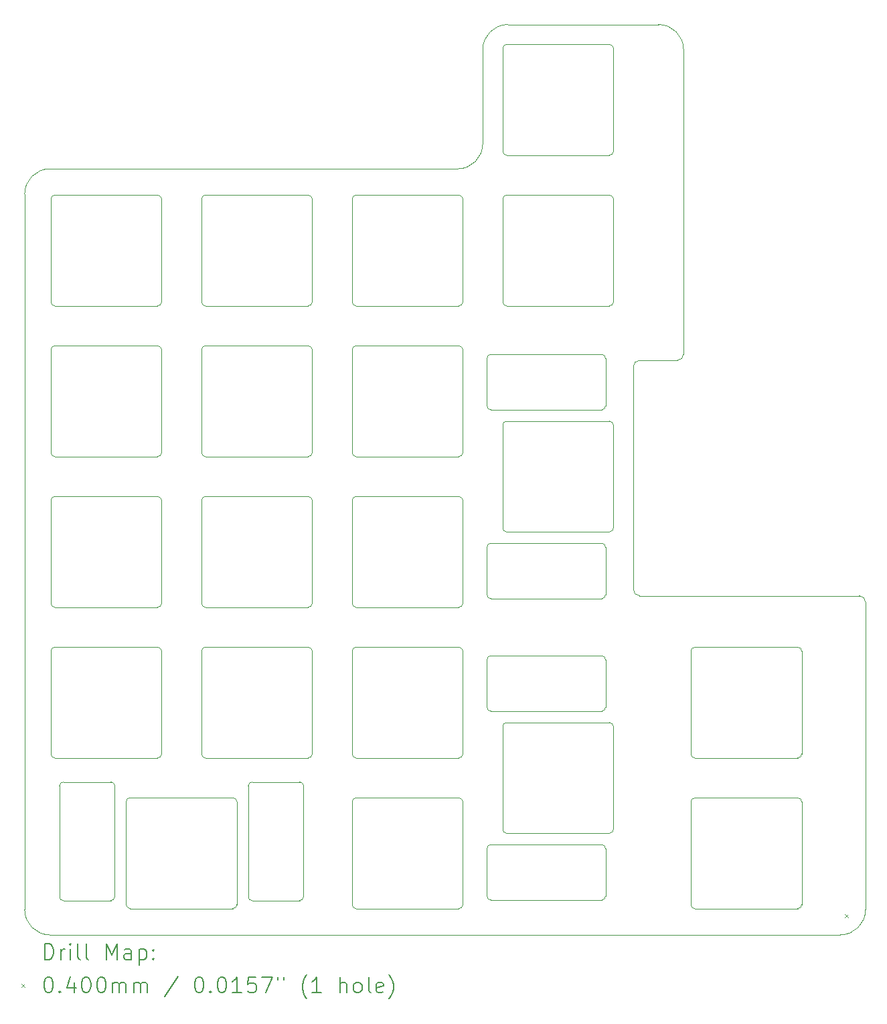
<source format=gbr>
%FSLAX45Y45*%
G04 Gerber Fmt 4.5, Leading zero omitted, Abs format (unit mm)*
G04 Created by KiCad (PCBNEW (6.0.0)) date 2022-02-13 19:42:42*
%MOMM*%
%LPD*%
G01*
G04 APERTURE LIST*
%TA.AperFunction,Profile*%
%ADD10C,0.050000*%
%TD*%
%ADD11C,0.200000*%
%ADD12C,0.040000*%
G04 APERTURE END LIST*
D10*
X15556520Y-10357785D02*
X15556520Y-13175420D01*
X16191480Y-10199045D02*
X16191480Y-6349600D01*
X18493210Y-17223290D02*
X18493210Y-13334160D01*
X8175110Y-17540770D02*
X18175730Y-17540770D01*
X18413840Y-13254790D02*
X15635890Y-13254790D01*
X8239500Y-8189650D02*
X9539500Y-8189650D01*
X9539500Y-9589650D02*
G75*
G03*
X9589500Y-9539650I0J50000D01*
G01*
X8239500Y-9589650D02*
X9539500Y-9589650D01*
X9589500Y-8239650D02*
X9589500Y-9539650D01*
X8239500Y-8189650D02*
G75*
G03*
X8189500Y-8239650I0J-50000D01*
G01*
X9589500Y-8239650D02*
G75*
G03*
X9539500Y-8189650I-50000J0D01*
G01*
X8189500Y-9539650D02*
G75*
G03*
X8239500Y-9589650I50000J0D01*
G01*
X8189500Y-8239650D02*
X8189500Y-9539650D01*
X9589500Y-10144650D02*
G75*
G03*
X9539500Y-10094650I-50000J0D01*
G01*
X8189500Y-10144650D02*
X8189500Y-11444650D01*
X8239500Y-11494650D02*
X9539500Y-11494650D01*
X11494500Y-10144650D02*
G75*
G03*
X11444500Y-10094650I-50000J0D01*
G01*
X8239500Y-10094650D02*
X9539500Y-10094650D01*
X8239500Y-10094650D02*
G75*
G03*
X8189500Y-10144650I0J-50000D01*
G01*
X12049500Y-10094650D02*
G75*
G03*
X11999500Y-10144650I0J-50000D01*
G01*
X13399500Y-10144650D02*
G75*
G03*
X13349500Y-10094650I-50000J0D01*
G01*
X10094500Y-10144650D02*
X10094500Y-11444650D01*
X8189500Y-11444650D02*
G75*
G03*
X8239500Y-11494650I50000J0D01*
G01*
X9589500Y-10144650D02*
X9589500Y-11444650D01*
X12049500Y-11494650D02*
X13349500Y-11494650D01*
X11494500Y-10144650D02*
X11494500Y-11444650D01*
X10094500Y-11444650D02*
G75*
G03*
X10144500Y-11494650I50000J0D01*
G01*
X10144500Y-10094650D02*
G75*
G03*
X10094500Y-10144650I0J-50000D01*
G01*
X12049500Y-10094650D02*
X13349500Y-10094650D01*
X13399500Y-10144650D02*
X13399500Y-11444650D01*
X10144500Y-11494650D02*
X11444500Y-11494650D01*
X10144500Y-10094650D02*
X11444500Y-10094650D01*
X11999500Y-10144650D02*
X11999500Y-11444650D01*
X13349500Y-11494650D02*
G75*
G03*
X13399500Y-11444650I0J50000D01*
G01*
X11999500Y-11444650D02*
G75*
G03*
X12049500Y-11494650I50000J0D01*
G01*
X11444500Y-11494650D02*
G75*
G03*
X11494500Y-11444650I0J50000D01*
G01*
X9539500Y-11494650D02*
G75*
G03*
X9589500Y-11444650I0J50000D01*
G01*
X13399500Y-13954650D02*
X13399500Y-15254650D01*
X11494500Y-13954650D02*
X11494500Y-15254650D01*
X10094500Y-13954650D02*
X10094500Y-15254650D01*
X11444500Y-15304650D02*
G75*
G03*
X11494500Y-15254650I0J50000D01*
G01*
X10144500Y-15304650D02*
X11444500Y-15304650D01*
X10094500Y-15254650D02*
G75*
G03*
X10144500Y-15304650I50000J0D01*
G01*
X11999500Y-15254650D02*
G75*
G03*
X12049500Y-15304650I50000J0D01*
G01*
X12049500Y-15304650D02*
X13349500Y-15304650D01*
X11999500Y-13954650D02*
X11999500Y-15254650D01*
X13349500Y-15304650D02*
G75*
G03*
X13399500Y-15254650I0J50000D01*
G01*
X12049500Y-13904650D02*
X13349500Y-13904650D01*
X11494500Y-13954650D02*
G75*
G03*
X11444500Y-13904650I-50000J0D01*
G01*
X12049500Y-13904650D02*
G75*
G03*
X11999500Y-13954650I0J-50000D01*
G01*
X10144500Y-13904650D02*
G75*
G03*
X10094500Y-13954650I0J-50000D01*
G01*
X13399500Y-13954650D02*
G75*
G03*
X13349500Y-13904650I-50000J0D01*
G01*
X9539500Y-15304650D02*
G75*
G03*
X9589500Y-15254650I0J50000D01*
G01*
X8189500Y-15254650D02*
G75*
G03*
X8239500Y-15304650I50000J0D01*
G01*
X11444500Y-13399650D02*
G75*
G03*
X11494500Y-13349650I0J50000D01*
G01*
X11494500Y-12049650D02*
X11494500Y-13349650D01*
X10094500Y-12049650D02*
X10094500Y-13349650D01*
X8239500Y-13904650D02*
G75*
G03*
X8189500Y-13954650I0J-50000D01*
G01*
X11999500Y-13349650D02*
G75*
G03*
X12049500Y-13399650I50000J0D01*
G01*
X10144500Y-13904650D02*
X11444500Y-13904650D01*
X13399500Y-12049650D02*
G75*
G03*
X13349500Y-11999650I-50000J0D01*
G01*
X8239500Y-15304650D02*
X9539500Y-15304650D01*
X12049500Y-13399650D02*
X13349500Y-13399650D01*
X10094500Y-13349650D02*
G75*
G03*
X10144500Y-13399650I50000J0D01*
G01*
X11494500Y-12049650D02*
G75*
G03*
X11444500Y-11999650I-50000J0D01*
G01*
X13349500Y-13399650D02*
G75*
G03*
X13399500Y-13349650I0J50000D01*
G01*
X12049500Y-11999650D02*
G75*
G03*
X11999500Y-12049650I0J-50000D01*
G01*
X9589500Y-13954650D02*
G75*
G03*
X9539500Y-13904650I-50000J0D01*
G01*
X13399500Y-12049650D02*
X13399500Y-13349650D01*
X8189500Y-13954650D02*
X8189500Y-15254650D01*
X11999500Y-12049650D02*
X11999500Y-13349650D01*
X12049500Y-11999650D02*
X13349500Y-11999650D01*
X8239500Y-13904650D02*
X9539500Y-13904650D01*
X10144500Y-11999650D02*
G75*
G03*
X10094500Y-12049650I0J-50000D01*
G01*
X9589500Y-13954650D02*
X9589500Y-15254650D01*
X10144500Y-13399650D02*
X11444500Y-13399650D01*
X9589500Y-12049650D02*
G75*
G03*
X9539500Y-11999650I-50000J0D01*
G01*
X8189500Y-13349650D02*
G75*
G03*
X8239500Y-13399650I50000J0D01*
G01*
X8189500Y-12049650D02*
X8189500Y-13349650D01*
X10144500Y-11999650D02*
X11444500Y-11999650D01*
X8239500Y-11999650D02*
X9539500Y-11999650D01*
X8239500Y-11999650D02*
G75*
G03*
X8189500Y-12049650I0J-50000D01*
G01*
X9589500Y-12049650D02*
X9589500Y-13349650D01*
X9539500Y-13399650D02*
G75*
G03*
X9589500Y-13349650I0J50000D01*
G01*
X8239500Y-13399650D02*
X9539500Y-13399650D01*
X11444500Y-9589650D02*
G75*
G03*
X11494500Y-9539650I0J50000D01*
G01*
X10144500Y-8189650D02*
X11444500Y-8189650D01*
X10094500Y-9539650D02*
G75*
G03*
X10144500Y-9589650I50000J0D01*
G01*
X11999500Y-8239650D02*
X11999500Y-9539650D01*
X10094500Y-8239650D02*
X10094500Y-9539650D01*
X11494500Y-8239650D02*
X11494500Y-9539650D01*
X13399500Y-8239650D02*
X13399500Y-9539650D01*
X12049500Y-8189650D02*
X13349500Y-8189650D01*
X10144500Y-9589650D02*
X11444500Y-9589650D01*
X12049500Y-8189650D02*
G75*
G03*
X11999500Y-8239650I0J-50000D01*
G01*
X10144500Y-8189650D02*
G75*
G03*
X10094500Y-8239650I0J-50000D01*
G01*
X11494500Y-8239650D02*
G75*
G03*
X11444500Y-8189650I-50000J0D01*
G01*
X12049500Y-9589650D02*
X13349500Y-9589650D01*
X15254500Y-9589650D02*
G75*
G03*
X15304500Y-9539650I0J50000D01*
G01*
X13904500Y-9539650D02*
G75*
G03*
X13954500Y-9589650I50000J0D01*
G01*
X15304500Y-8239650D02*
G75*
G03*
X15254500Y-8189650I-50000J0D01*
G01*
X13954500Y-9589650D02*
X15254500Y-9589650D01*
X13954500Y-8189650D02*
G75*
G03*
X13904500Y-8239650I0J-50000D01*
G01*
X13954500Y-8189650D02*
X15254500Y-8189650D01*
X13349500Y-9589650D02*
G75*
G03*
X13399500Y-9539650I0J50000D01*
G01*
X13904500Y-8239650D02*
X13904500Y-9539650D01*
X15304500Y-8239650D02*
X15304500Y-9539650D01*
X11999500Y-9539650D02*
G75*
G03*
X12049500Y-9589650I50000J0D01*
G01*
X13399500Y-8239650D02*
G75*
G03*
X13349500Y-8189650I-50000J0D01*
G01*
X13904500Y-7634620D02*
G75*
G03*
X13954500Y-7684620I50000J0D01*
G01*
X13904500Y-6334620D02*
X13904500Y-7634620D01*
X13954500Y-7684620D02*
X15254500Y-7684620D01*
X15304500Y-6334620D02*
X15304500Y-7634620D01*
X13954500Y-6284620D02*
X15254500Y-6284620D01*
X13954500Y-6284620D02*
G75*
G03*
X13904500Y-6334620I0J-50000D01*
G01*
X15254500Y-7684620D02*
G75*
G03*
X15304500Y-7634620I0J50000D01*
G01*
X15304500Y-6334620D02*
G75*
G03*
X15254500Y-6284620I-50000J0D01*
G01*
X17635750Y-15304650D02*
G75*
G03*
X17685750Y-15254650I0J50000D01*
G01*
X16335750Y-17209650D02*
X17635750Y-17209650D01*
X16285750Y-15859650D02*
X16285750Y-17159650D01*
X17685750Y-15859650D02*
G75*
G03*
X17635750Y-15809650I-50000J0D01*
G01*
X17635750Y-17209650D02*
G75*
G03*
X17685750Y-17159650I0J50000D01*
G01*
X16335750Y-15809650D02*
G75*
G03*
X16285750Y-15859650I0J-50000D01*
G01*
X16285750Y-17159650D02*
G75*
G03*
X16335750Y-17209650I50000J0D01*
G01*
X17685750Y-15859650D02*
X17685750Y-17159650D01*
X16335750Y-15809650D02*
X17635750Y-15809650D01*
X16285750Y-15254650D02*
G75*
G03*
X16335750Y-15304650I50000J0D01*
G01*
X17685750Y-13954650D02*
X17685750Y-15254650D01*
X16335750Y-15304650D02*
X17635750Y-15304650D01*
X16335750Y-13904650D02*
G75*
G03*
X16285750Y-13954650I0J-50000D01*
G01*
X17685750Y-13954650D02*
G75*
G03*
X17635750Y-13904650I-50000J0D01*
G01*
X16335750Y-13904650D02*
X17635750Y-13904650D01*
X16285750Y-13954650D02*
X16285750Y-15254650D01*
X12049500Y-15809650D02*
X13349500Y-15809650D01*
X13399500Y-15859650D02*
X13399500Y-17159650D01*
X11999500Y-15859650D02*
X11999500Y-17159650D01*
X13349500Y-17209650D02*
G75*
G03*
X13399500Y-17159650I0J50000D01*
G01*
X13399500Y-15859650D02*
G75*
G03*
X13349500Y-15809650I-50000J0D01*
G01*
X11999500Y-17159650D02*
G75*
G03*
X12049500Y-17209650I50000J0D01*
G01*
X12049500Y-17209650D02*
X13349500Y-17209650D01*
X12049500Y-15809650D02*
G75*
G03*
X11999500Y-15859650I0J-50000D01*
G01*
X9141760Y-17158270D02*
G75*
G03*
X9191760Y-17208270I50000J0D01*
G01*
X9191760Y-15808270D02*
G75*
G03*
X9141760Y-15858270I0J-50000D01*
G01*
X10541760Y-17158270D02*
X10541760Y-15858270D01*
X10491760Y-17208270D02*
X9191760Y-17208270D01*
X9141760Y-17158270D02*
X9141760Y-15858270D01*
X10491760Y-17208270D02*
G75*
G03*
X10541760Y-17158270I0J50000D01*
G01*
X10491760Y-15808270D02*
X9191760Y-15808270D01*
X10541760Y-15858270D02*
G75*
G03*
X10491760Y-15808270I-50000J0D01*
G01*
X13904500Y-14907150D02*
X13904500Y-16207150D01*
X15304500Y-14907150D02*
X15304500Y-16207150D01*
X13904500Y-16207150D02*
G75*
G03*
X13954500Y-16257150I50000J0D01*
G01*
X13954500Y-14857150D02*
G75*
G03*
X13904500Y-14907150I0J-50000D01*
G01*
X15254500Y-16257150D02*
X13954500Y-16257150D01*
X15304500Y-14907150D02*
G75*
G03*
X15254500Y-14857150I-50000J0D01*
G01*
X15254500Y-14857150D02*
X13954500Y-14857150D01*
X15254500Y-16257150D02*
G75*
G03*
X15304500Y-16207150I0J50000D01*
G01*
X13954500Y-11047150D02*
G75*
G03*
X13904500Y-11097150I0J-50000D01*
G01*
X15254500Y-12447150D02*
G75*
G03*
X15304500Y-12397150I0J50000D01*
G01*
X15304500Y-11097150D02*
X15304500Y-12397150D01*
X15254500Y-12447150D02*
X13954500Y-12447150D01*
X13904500Y-12397150D02*
G75*
G03*
X13954500Y-12447150I50000J0D01*
G01*
X13904500Y-11097150D02*
X13904500Y-12397150D01*
X15304500Y-11097150D02*
G75*
G03*
X15254500Y-11047150I-50000J0D01*
G01*
X15254500Y-11047150D02*
X13954500Y-11047150D01*
X13969120Y-6032120D02*
X15874000Y-6032120D01*
X15635890Y-10278415D02*
X16112110Y-10278415D01*
X16191480Y-6349600D02*
G75*
G03*
X15874000Y-6032120I-317480J0D01*
G01*
X16112110Y-10278415D02*
G75*
G03*
X16191480Y-10199045I0J79370D01*
G01*
X15635890Y-10278415D02*
G75*
G03*
X15556520Y-10357785I0J-79370D01*
G01*
X18493210Y-13334160D02*
G75*
G03*
X18413840Y-13254790I-79370J0D01*
G01*
X15556520Y-13175420D02*
G75*
G03*
X15635890Y-13254790I79370J0D01*
G01*
X10735560Y-15608270D02*
G75*
G03*
X10685560Y-15658270I0J-50000D01*
G01*
X11385560Y-15658270D02*
G75*
G03*
X11335560Y-15608270I-50000J0D01*
G01*
X10685560Y-17058270D02*
G75*
G03*
X10735560Y-17108270I50000J0D01*
G01*
X11335560Y-17108270D02*
G75*
G03*
X11385560Y-17058270I0J50000D01*
G01*
X10685560Y-17058270D02*
X10685560Y-15658270D01*
X11385560Y-17058270D02*
X11385560Y-15658270D01*
X11335560Y-15608270D02*
X10735560Y-15608270D01*
X11335560Y-17108270D02*
X10735560Y-17108270D01*
X8347960Y-15608270D02*
G75*
G03*
X8297960Y-15658270I0J-50000D01*
G01*
X8997960Y-15658270D02*
G75*
G03*
X8947960Y-15608270I-50000J0D01*
G01*
X8297960Y-17058270D02*
G75*
G03*
X8347960Y-17108270I50000J0D01*
G01*
X8947960Y-17108270D02*
G75*
G03*
X8997960Y-17058270I0J50000D01*
G01*
X8297960Y-17058270D02*
X8297960Y-15658270D01*
X8997960Y-17058270D02*
X8997960Y-15658270D01*
X8947960Y-15608270D02*
X8347960Y-15608270D01*
X8947960Y-17108270D02*
X8347960Y-17108270D01*
X13704500Y-14663350D02*
G75*
G03*
X13754500Y-14713350I50000J0D01*
G01*
X13754500Y-14013350D02*
G75*
G03*
X13704500Y-14063350I0J-50000D01*
G01*
X15154500Y-14713350D02*
G75*
G03*
X15204500Y-14663350I0J50000D01*
G01*
X15204500Y-14063350D02*
G75*
G03*
X15154500Y-14013350I-50000J0D01*
G01*
X15154500Y-14713350D02*
X13754500Y-14713350D01*
X15154500Y-14013350D02*
X13754500Y-14013350D01*
X13704500Y-14063350D02*
X13704500Y-14663350D01*
X15204500Y-14063350D02*
X15204500Y-14663350D01*
X13704500Y-17050950D02*
G75*
G03*
X13754500Y-17100950I50000J0D01*
G01*
X13754500Y-16400950D02*
G75*
G03*
X13704500Y-16450950I0J-50000D01*
G01*
X15154500Y-17100950D02*
G75*
G03*
X15204500Y-17050950I0J50000D01*
G01*
X15204500Y-16450950D02*
G75*
G03*
X15154500Y-16400950I-50000J0D01*
G01*
X15154500Y-17100950D02*
X13754500Y-17100950D01*
X15154500Y-16400950D02*
X13754500Y-16400950D01*
X13704500Y-16450950D02*
X13704500Y-17050950D01*
X15204500Y-16450950D02*
X15204500Y-17050950D01*
X13704500Y-10853350D02*
G75*
G03*
X13754500Y-10903350I50000J0D01*
G01*
X13754500Y-10203350D02*
G75*
G03*
X13704500Y-10253350I0J-50000D01*
G01*
X15154500Y-10903350D02*
G75*
G03*
X15204500Y-10853350I0J50000D01*
G01*
X15204500Y-10253350D02*
G75*
G03*
X15154500Y-10203350I-50000J0D01*
G01*
X15154500Y-10903350D02*
X13754500Y-10903350D01*
X15154500Y-10203350D02*
X13754500Y-10203350D01*
X13704500Y-10253350D02*
X13704500Y-10853350D01*
X15204500Y-10253350D02*
X15204500Y-10853350D01*
X13704500Y-13240950D02*
G75*
G03*
X13754500Y-13290950I50000J0D01*
G01*
X13754500Y-12590950D02*
G75*
G03*
X13704500Y-12640950I0J-50000D01*
G01*
X15154500Y-13290950D02*
G75*
G03*
X15204500Y-13240950I0J50000D01*
G01*
X15204500Y-12640950D02*
G75*
G03*
X15154500Y-12590950I-50000J0D01*
G01*
X15154500Y-13290950D02*
X13754500Y-13290950D01*
X15154500Y-12590950D02*
X13754500Y-12590950D01*
X13704500Y-12640950D02*
X13704500Y-13240950D01*
X15204500Y-12640950D02*
X15204500Y-13240950D01*
X7857630Y-8175110D02*
X7857630Y-17223290D01*
X13334160Y-7857630D02*
X8175110Y-7857630D01*
X13651640Y-6349600D02*
X13651640Y-7540150D01*
X13969120Y-6032120D02*
G75*
G03*
X13651640Y-6349600I0J-317480D01*
G01*
X13334160Y-7857630D02*
G75*
G03*
X13651640Y-7540150I0J317480D01*
G01*
X18175730Y-17540770D02*
G75*
G03*
X18493210Y-17223290I0J317480D01*
G01*
X7857630Y-17223290D02*
G75*
G03*
X8175110Y-17540770I317480J0D01*
G01*
X8175110Y-7857630D02*
G75*
G03*
X7857630Y-8175110I0J-317480D01*
G01*
D11*
D12*
X18235100Y-17282660D02*
X18275100Y-17322660D01*
X18275100Y-17282660D02*
X18235100Y-17322660D01*
D11*
X8112749Y-17853746D02*
X8112749Y-17653746D01*
X8160368Y-17653746D01*
X8188939Y-17663270D01*
X8207987Y-17682318D01*
X8217511Y-17701365D01*
X8227035Y-17739460D01*
X8227035Y-17768032D01*
X8217511Y-17806127D01*
X8207987Y-17825175D01*
X8188939Y-17844222D01*
X8160368Y-17853746D01*
X8112749Y-17853746D01*
X8312749Y-17853746D02*
X8312749Y-17720413D01*
X8312749Y-17758508D02*
X8322273Y-17739460D01*
X8331797Y-17729937D01*
X8350844Y-17720413D01*
X8369892Y-17720413D01*
X8436559Y-17853746D02*
X8436559Y-17720413D01*
X8436559Y-17653746D02*
X8427035Y-17663270D01*
X8436559Y-17672794D01*
X8446082Y-17663270D01*
X8436559Y-17653746D01*
X8436559Y-17672794D01*
X8560368Y-17853746D02*
X8541320Y-17844222D01*
X8531797Y-17825175D01*
X8531797Y-17653746D01*
X8665130Y-17853746D02*
X8646082Y-17844222D01*
X8636559Y-17825175D01*
X8636559Y-17653746D01*
X8893701Y-17853746D02*
X8893701Y-17653746D01*
X8960368Y-17796603D01*
X9027035Y-17653746D01*
X9027035Y-17853746D01*
X9207987Y-17853746D02*
X9207987Y-17748984D01*
X9198463Y-17729937D01*
X9179416Y-17720413D01*
X9141320Y-17720413D01*
X9122273Y-17729937D01*
X9207987Y-17844222D02*
X9188940Y-17853746D01*
X9141320Y-17853746D01*
X9122273Y-17844222D01*
X9112749Y-17825175D01*
X9112749Y-17806127D01*
X9122273Y-17787080D01*
X9141320Y-17777556D01*
X9188940Y-17777556D01*
X9207987Y-17768032D01*
X9303225Y-17720413D02*
X9303225Y-17920413D01*
X9303225Y-17729937D02*
X9322273Y-17720413D01*
X9360368Y-17720413D01*
X9379416Y-17729937D01*
X9388940Y-17739460D01*
X9398463Y-17758508D01*
X9398463Y-17815651D01*
X9388940Y-17834699D01*
X9379416Y-17844222D01*
X9360368Y-17853746D01*
X9322273Y-17853746D01*
X9303225Y-17844222D01*
X9484178Y-17834699D02*
X9493701Y-17844222D01*
X9484178Y-17853746D01*
X9474654Y-17844222D01*
X9484178Y-17834699D01*
X9484178Y-17853746D01*
X9484178Y-17729937D02*
X9493701Y-17739460D01*
X9484178Y-17748984D01*
X9474654Y-17739460D01*
X9484178Y-17729937D01*
X9484178Y-17748984D01*
D12*
X7815130Y-18163270D02*
X7855130Y-18203270D01*
X7855130Y-18163270D02*
X7815130Y-18203270D01*
D11*
X8150844Y-18073746D02*
X8169892Y-18073746D01*
X8188939Y-18083270D01*
X8198463Y-18092794D01*
X8207987Y-18111841D01*
X8217511Y-18149937D01*
X8217511Y-18197556D01*
X8207987Y-18235651D01*
X8198463Y-18254699D01*
X8188939Y-18264222D01*
X8169892Y-18273746D01*
X8150844Y-18273746D01*
X8131797Y-18264222D01*
X8122273Y-18254699D01*
X8112749Y-18235651D01*
X8103225Y-18197556D01*
X8103225Y-18149937D01*
X8112749Y-18111841D01*
X8122273Y-18092794D01*
X8131797Y-18083270D01*
X8150844Y-18073746D01*
X8303225Y-18254699D02*
X8312749Y-18264222D01*
X8303225Y-18273746D01*
X8293701Y-18264222D01*
X8303225Y-18254699D01*
X8303225Y-18273746D01*
X8484178Y-18140413D02*
X8484178Y-18273746D01*
X8436559Y-18064222D02*
X8388940Y-18207080D01*
X8512749Y-18207080D01*
X8627035Y-18073746D02*
X8646082Y-18073746D01*
X8665130Y-18083270D01*
X8674654Y-18092794D01*
X8684178Y-18111841D01*
X8693701Y-18149937D01*
X8693701Y-18197556D01*
X8684178Y-18235651D01*
X8674654Y-18254699D01*
X8665130Y-18264222D01*
X8646082Y-18273746D01*
X8627035Y-18273746D01*
X8607987Y-18264222D01*
X8598463Y-18254699D01*
X8588940Y-18235651D01*
X8579416Y-18197556D01*
X8579416Y-18149937D01*
X8588940Y-18111841D01*
X8598463Y-18092794D01*
X8607987Y-18083270D01*
X8627035Y-18073746D01*
X8817511Y-18073746D02*
X8836559Y-18073746D01*
X8855606Y-18083270D01*
X8865130Y-18092794D01*
X8874654Y-18111841D01*
X8884178Y-18149937D01*
X8884178Y-18197556D01*
X8874654Y-18235651D01*
X8865130Y-18254699D01*
X8855606Y-18264222D01*
X8836559Y-18273746D01*
X8817511Y-18273746D01*
X8798463Y-18264222D01*
X8788940Y-18254699D01*
X8779416Y-18235651D01*
X8769892Y-18197556D01*
X8769892Y-18149937D01*
X8779416Y-18111841D01*
X8788940Y-18092794D01*
X8798463Y-18083270D01*
X8817511Y-18073746D01*
X8969892Y-18273746D02*
X8969892Y-18140413D01*
X8969892Y-18159460D02*
X8979416Y-18149937D01*
X8998463Y-18140413D01*
X9027035Y-18140413D01*
X9046082Y-18149937D01*
X9055606Y-18168984D01*
X9055606Y-18273746D01*
X9055606Y-18168984D02*
X9065130Y-18149937D01*
X9084178Y-18140413D01*
X9112749Y-18140413D01*
X9131797Y-18149937D01*
X9141320Y-18168984D01*
X9141320Y-18273746D01*
X9236559Y-18273746D02*
X9236559Y-18140413D01*
X9236559Y-18159460D02*
X9246082Y-18149937D01*
X9265130Y-18140413D01*
X9293701Y-18140413D01*
X9312749Y-18149937D01*
X9322273Y-18168984D01*
X9322273Y-18273746D01*
X9322273Y-18168984D02*
X9331797Y-18149937D01*
X9350844Y-18140413D01*
X9379416Y-18140413D01*
X9398463Y-18149937D01*
X9407987Y-18168984D01*
X9407987Y-18273746D01*
X9798463Y-18064222D02*
X9627035Y-18321365D01*
X10055606Y-18073746D02*
X10074654Y-18073746D01*
X10093701Y-18083270D01*
X10103225Y-18092794D01*
X10112749Y-18111841D01*
X10122273Y-18149937D01*
X10122273Y-18197556D01*
X10112749Y-18235651D01*
X10103225Y-18254699D01*
X10093701Y-18264222D01*
X10074654Y-18273746D01*
X10055606Y-18273746D01*
X10036559Y-18264222D01*
X10027035Y-18254699D01*
X10017511Y-18235651D01*
X10007987Y-18197556D01*
X10007987Y-18149937D01*
X10017511Y-18111841D01*
X10027035Y-18092794D01*
X10036559Y-18083270D01*
X10055606Y-18073746D01*
X10207987Y-18254699D02*
X10217511Y-18264222D01*
X10207987Y-18273746D01*
X10198463Y-18264222D01*
X10207987Y-18254699D01*
X10207987Y-18273746D01*
X10341320Y-18073746D02*
X10360368Y-18073746D01*
X10379416Y-18083270D01*
X10388940Y-18092794D01*
X10398463Y-18111841D01*
X10407987Y-18149937D01*
X10407987Y-18197556D01*
X10398463Y-18235651D01*
X10388940Y-18254699D01*
X10379416Y-18264222D01*
X10360368Y-18273746D01*
X10341320Y-18273746D01*
X10322273Y-18264222D01*
X10312749Y-18254699D01*
X10303225Y-18235651D01*
X10293701Y-18197556D01*
X10293701Y-18149937D01*
X10303225Y-18111841D01*
X10312749Y-18092794D01*
X10322273Y-18083270D01*
X10341320Y-18073746D01*
X10598463Y-18273746D02*
X10484178Y-18273746D01*
X10541320Y-18273746D02*
X10541320Y-18073746D01*
X10522273Y-18102318D01*
X10503225Y-18121365D01*
X10484178Y-18130889D01*
X10779416Y-18073746D02*
X10684178Y-18073746D01*
X10674654Y-18168984D01*
X10684178Y-18159460D01*
X10703225Y-18149937D01*
X10750844Y-18149937D01*
X10769892Y-18159460D01*
X10779416Y-18168984D01*
X10788940Y-18188032D01*
X10788940Y-18235651D01*
X10779416Y-18254699D01*
X10769892Y-18264222D01*
X10750844Y-18273746D01*
X10703225Y-18273746D01*
X10684178Y-18264222D01*
X10674654Y-18254699D01*
X10855606Y-18073746D02*
X10988940Y-18073746D01*
X10903225Y-18273746D01*
X11055606Y-18073746D02*
X11055606Y-18111841D01*
X11131797Y-18073746D02*
X11131797Y-18111841D01*
X11427035Y-18349937D02*
X11417511Y-18340413D01*
X11398463Y-18311841D01*
X11388939Y-18292794D01*
X11379416Y-18264222D01*
X11369892Y-18216603D01*
X11369892Y-18178508D01*
X11379416Y-18130889D01*
X11388939Y-18102318D01*
X11398463Y-18083270D01*
X11417511Y-18054699D01*
X11427035Y-18045175D01*
X11607987Y-18273746D02*
X11493701Y-18273746D01*
X11550844Y-18273746D02*
X11550844Y-18073746D01*
X11531797Y-18102318D01*
X11512749Y-18121365D01*
X11493701Y-18130889D01*
X11846082Y-18273746D02*
X11846082Y-18073746D01*
X11931797Y-18273746D02*
X11931797Y-18168984D01*
X11922273Y-18149937D01*
X11903225Y-18140413D01*
X11874654Y-18140413D01*
X11855606Y-18149937D01*
X11846082Y-18159460D01*
X12055606Y-18273746D02*
X12036558Y-18264222D01*
X12027035Y-18254699D01*
X12017511Y-18235651D01*
X12017511Y-18178508D01*
X12027035Y-18159460D01*
X12036558Y-18149937D01*
X12055606Y-18140413D01*
X12084178Y-18140413D01*
X12103225Y-18149937D01*
X12112749Y-18159460D01*
X12122273Y-18178508D01*
X12122273Y-18235651D01*
X12112749Y-18254699D01*
X12103225Y-18264222D01*
X12084178Y-18273746D01*
X12055606Y-18273746D01*
X12236558Y-18273746D02*
X12217511Y-18264222D01*
X12207987Y-18245175D01*
X12207987Y-18073746D01*
X12388939Y-18264222D02*
X12369892Y-18273746D01*
X12331797Y-18273746D01*
X12312749Y-18264222D01*
X12303225Y-18245175D01*
X12303225Y-18168984D01*
X12312749Y-18149937D01*
X12331797Y-18140413D01*
X12369892Y-18140413D01*
X12388939Y-18149937D01*
X12398463Y-18168984D01*
X12398463Y-18188032D01*
X12303225Y-18207080D01*
X12465130Y-18349937D02*
X12474654Y-18340413D01*
X12493701Y-18311841D01*
X12503225Y-18292794D01*
X12512749Y-18264222D01*
X12522273Y-18216603D01*
X12522273Y-18178508D01*
X12512749Y-18130889D01*
X12503225Y-18102318D01*
X12493701Y-18083270D01*
X12474654Y-18054699D01*
X12465130Y-18045175D01*
M02*

</source>
